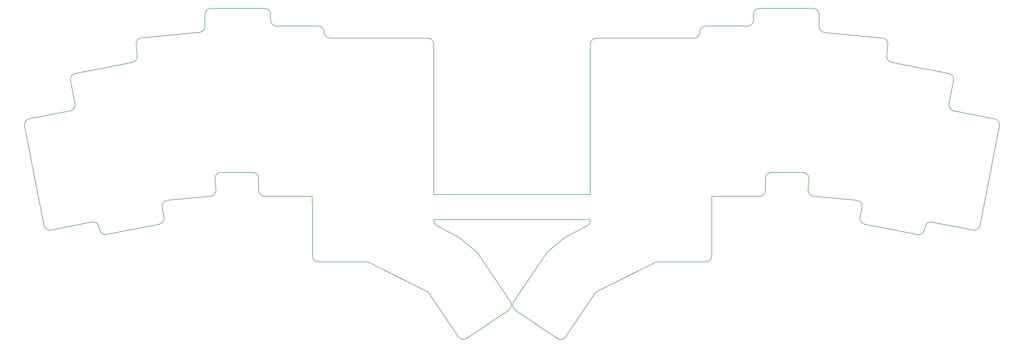
<source format=gbr>
%TF.GenerationSoftware,KiCad,Pcbnew,9.0.6*%
%TF.CreationDate,2025-12-31T17:57:57+01:00*%
%TF.ProjectId,right,72696768-742e-46b6-9963-61645f706362,v1.0.0*%
%TF.SameCoordinates,Original*%
%TF.FileFunction,Profile,NP*%
%FSLAX46Y46*%
G04 Gerber Fmt 4.6, Leading zero omitted, Abs format (unit mm)*
G04 Created by KiCad (PCBNEW 9.0.6) date 2025-12-31 17:57:57*
%MOMM*%
%LPD*%
G01*
G04 APERTURE LIST*
%TA.AperFunction,Profile*%
%ADD10C,0.150000*%
%TD*%
G04 APERTURE END LIST*
D10*
X244965029Y-148504060D02*
G75*
G02*
X243917277Y-150500485I-1986497J-230608D01*
G01*
X244965029Y-148499906D02*
X192500061Y-148490007D01*
X192500000Y-140000000D02*
X245000000Y-140000000D01*
X102057428Y-147641391D02*
X101417073Y-144347007D01*
X94526301Y-87554314D02*
X113979624Y-85681175D01*
X192499322Y-140000000D02*
X192487930Y-89621311D01*
X153787927Y-83542310D02*
G75*
G02*
X155787918Y-85542312I61J-1999930D01*
G01*
X70730372Y-101776210D02*
G75*
G02*
X72312010Y-99431329I1963239J381635D01*
G01*
X135787927Y-77621323D02*
G75*
G02*
X137787936Y-79621311I-87J-2000096D01*
G01*
X92727196Y-89736789D02*
X93094321Y-93549513D01*
X77925951Y-149275935D02*
G75*
G02*
X80270820Y-150857564I381617J-1963254D01*
G01*
X203561489Y-188282727D02*
X217655127Y-178776451D01*
X201091723Y-154484365D02*
X193548987Y-150473827D01*
X119514052Y-138393392D02*
X119169292Y-134813005D01*
X115787931Y-79621307D02*
X115787935Y-83690378D01*
X201442391Y-154721573D02*
X206798166Y-159239731D01*
X101417073Y-144347007D02*
G75*
G02*
X103188629Y-141974606I1963242J381620D01*
G01*
X82806512Y-153420823D02*
G75*
G02*
X80461625Y-151839199I-381714J1963133D01*
G01*
X82806512Y-153420823D02*
X100475798Y-149986276D01*
X190204001Y-172518494D02*
X170809893Y-162832063D01*
X133787933Y-134621304D02*
X133787932Y-138621318D01*
X119514052Y-138393392D02*
G75*
G02*
X117714950Y-140575879I-1990677J-191789D01*
G01*
X190204001Y-172518494D02*
G75*
G02*
X190968437Y-173189349I-894149J-1789842D01*
G01*
X139787921Y-83542307D02*
G75*
G02*
X137787923Y-81542308I79J2000077D01*
G01*
X151797930Y-142621315D02*
X151797922Y-160621312D01*
X92727196Y-89736789D02*
G75*
G02*
X94526301Y-87554314I1990794J191682D01*
G01*
X115787935Y-83690378D02*
G75*
G02*
X113979624Y-85681175I-2000143J126D01*
G01*
X157787925Y-87621312D02*
X190487916Y-87621315D01*
X153797924Y-162621314D02*
G75*
G02*
X151797922Y-160621312I87J2000089D01*
G01*
X135787927Y-77621323D02*
X117787929Y-77621317D01*
X193555887Y-150473827D02*
G75*
G02*
X192499876Y-148490490I944113J1775486D01*
G01*
X72312010Y-99431329D02*
X91485147Y-95704457D01*
X131787920Y-132621315D02*
G75*
G02*
X133787933Y-134621304I9J-2000004D01*
G01*
X203561489Y-188282727D02*
G75*
G02*
X200785021Y-187743042I-1118398J1658042D01*
G01*
X55350790Y-116990299D02*
X61838299Y-150365614D01*
X72256840Y-109629221D02*
G75*
G02*
X70675214Y-111974093I-1963196J-381659D01*
G01*
X70730372Y-101776210D02*
X72256840Y-109629221D01*
X157787925Y-87621312D02*
G75*
G02*
X155787927Y-85621308I18J2000016D01*
G01*
X64183166Y-151947259D02*
X77925951Y-149275935D01*
X155787918Y-85542312D02*
X155787927Y-85621308D01*
X102057428Y-147641391D02*
G75*
G02*
X100475798Y-149986276I-1963220J-381653D01*
G01*
X93094321Y-93549513D02*
G75*
G02*
X91485147Y-95704457I-1990953J-191570D01*
G01*
X64183166Y-151947259D02*
G75*
G02*
X61838296Y-150365616I-381503J1963420D01*
G01*
X55350790Y-116990299D02*
G75*
G02*
X56932440Y-114645430I1963234J381627D01*
G01*
X135787925Y-140621308D02*
G75*
G02*
X133787932Y-138621318I139J2000132D01*
G01*
X151787932Y-140621317D02*
X151787931Y-142621307D01*
X135787925Y-140621308D02*
X151787932Y-140621317D01*
X151787931Y-142621307D02*
X151797930Y-142621315D01*
X103188629Y-141974606D02*
X117714950Y-140575879D01*
X153797924Y-162621314D02*
X169916253Y-162621307D01*
X190968437Y-173189349D02*
X200785021Y-187743042D01*
X121160089Y-132621306D02*
X131787920Y-132621315D01*
X206798166Y-159239731D02*
G75*
G02*
X207166628Y-159650035I-1289310J-1528424D01*
G01*
X137787923Y-81542308D02*
X137787936Y-79621311D01*
X153787927Y-83542310D02*
X139787921Y-83542307D01*
X70675214Y-111974094D02*
X56932440Y-114645429D01*
X80270820Y-150857564D02*
X80461625Y-151839199D01*
X201091723Y-154484365D02*
G75*
G02*
X201442391Y-154721573I-940176J-1767678D01*
G01*
X218194815Y-175999994D02*
G75*
G02*
X217655127Y-178776451I-1658050J-1118389D01*
G01*
X190487916Y-87621315D02*
G75*
G02*
X192487930Y-89621311I14J-2000000D01*
G01*
X119169292Y-134813005D02*
G75*
G02*
X121160089Y-132621306I1990882J191617D01*
G01*
X115787931Y-79621307D02*
G75*
G02*
X117787929Y-77621317I1999855J135D01*
G01*
X218194815Y-175999994D02*
X207166628Y-159650035D01*
X169916253Y-162621307D02*
G75*
G02*
X170809893Y-162832063I-94J-2000367D01*
G01*
X345981117Y-95731110D02*
G75*
G02*
X344371953Y-93576172I381615J1963242D01*
G01*
X303678341Y-138647974D02*
X303678340Y-134647975D01*
X319751321Y-140602537D02*
G75*
G02*
X317952154Y-138420047I191711J1990869D01*
G01*
X321678329Y-83717041D02*
X321678342Y-79647975D01*
X244978332Y-89647975D02*
G75*
G02*
X246978334Y-87647968I1999900J107D01*
G01*
X285668338Y-160647968D02*
G75*
G02*
X283668334Y-162647974I-2000006J0D01*
G01*
X375627965Y-150392281D02*
X382115470Y-117016952D01*
X236023878Y-154748234D02*
G75*
G02*
X236374546Y-154511028I1289454J-1528434D01*
G01*
X285668338Y-160647968D02*
X285668338Y-142647974D01*
X281678338Y-85647968D02*
G75*
G02*
X279678333Y-87647974I-2000006J0D01*
G01*
X230299631Y-159676699D02*
X219271453Y-176026647D01*
X318296969Y-134839663D02*
X317952220Y-138420053D01*
X365154246Y-99457994D02*
G75*
G02*
X366735908Y-101802874I-381614J-1963274D01*
G01*
X236681241Y-187769701D02*
X246497817Y-173216016D01*
X281678338Y-85647968D02*
X281678337Y-85568973D01*
X230299631Y-159676699D02*
G75*
G02*
X230668105Y-159266394I1657901J-1118269D01*
G01*
X299678337Y-79647972D02*
X299678333Y-81568970D01*
X336990478Y-150012924D02*
X354659761Y-153447491D01*
X303678340Y-134647975D02*
G75*
G02*
X305678348Y-132647976I1999992J7D01*
G01*
X319751321Y-140602537D02*
X334277635Y-142001260D01*
X366791059Y-112000759D02*
G75*
G02*
X365209424Y-109655883I381673J1963291D01*
G01*
X236681241Y-187769701D02*
G75*
G02*
X233904746Y-188309441I-1658109J1118333D01*
G01*
X266656368Y-162858726D02*
G75*
G02*
X267550011Y-162647986I893564J-1789042D01*
G01*
X285678343Y-142647965D02*
X285678340Y-140647977D01*
X359540307Y-149302590D02*
X373283097Y-151973912D01*
X336990478Y-150012924D02*
G75*
G02*
X335408867Y-147668061I381654J1963256D01*
G01*
X247262258Y-172545145D02*
X266656368Y-162858726D01*
X285668338Y-142647974D02*
X285678343Y-142647965D01*
X375627965Y-150392281D02*
G75*
G02*
X373283085Y-151973975I-1963233J381513D01*
G01*
X319678340Y-77647969D02*
X301678336Y-77647970D01*
X334277635Y-142001260D02*
G75*
G02*
X336049206Y-144373672I-191703J-1990808D01*
G01*
X357004624Y-151865852D02*
X357195440Y-150884219D01*
X281678337Y-85568973D02*
G75*
G02*
X283678338Y-83568973I1999995J5D01*
G01*
X323486653Y-85707832D02*
X342939954Y-87580971D01*
X319678340Y-77647969D02*
G75*
G02*
X321678331Y-79647975I-108J-2000099D01*
G01*
X380533839Y-114672080D02*
X366791059Y-112000759D01*
X336049193Y-144373669D02*
X335408827Y-147668053D01*
X246497817Y-173216016D02*
G75*
G02*
X247262254Y-172545139I1657815J-1118052D01*
G01*
X342939953Y-87580971D02*
G75*
G02*
X344739033Y-89763446I-191721J-1990797D01*
G01*
X246978334Y-87647976D02*
X279678333Y-87647971D01*
X357195440Y-150884219D02*
G75*
G02*
X359540297Y-149302640I1963292J-381749D01*
G01*
X244978332Y-89647975D02*
X245000000Y-140000000D01*
X344371938Y-93576171D02*
X344739067Y-89763449D01*
X243917277Y-150500485D02*
X236374550Y-154511035D01*
X357004624Y-151865852D02*
G75*
G02*
X354659755Y-153447522I-1963192J381484D01*
G01*
X345981117Y-95731110D02*
X365154246Y-99457994D01*
X305678348Y-132647965D02*
X316306174Y-132647972D01*
X299678337Y-79647972D02*
G75*
G02*
X301678336Y-77647973I1999895J104D01*
G01*
X267550011Y-162647968D02*
X283668334Y-162647981D01*
X323486653Y-85707832D02*
G75*
G02*
X321678352Y-83717041I191779J1990864D01*
G01*
X299678333Y-81568970D02*
G75*
G02*
X297678338Y-83568969I-2000001J2D01*
G01*
X236023878Y-154748234D02*
X230668096Y-159266383D01*
X365209419Y-109655882D02*
X366735891Y-101802871D01*
X297678338Y-83568968D02*
X283678338Y-83568977D01*
X380533839Y-114672080D02*
G75*
G02*
X382115445Y-117016947I-381707J-1963288D01*
G01*
X285678340Y-140647977D02*
X301678335Y-140647970D01*
X219811144Y-178803115D02*
X233904781Y-188309390D01*
X316306174Y-132647972D02*
G75*
G02*
X318297020Y-134839668I58J-1999996D01*
G01*
X219811144Y-178803115D02*
G75*
G02*
X219271490Y-176026672I1118388J1658047D01*
G01*
X303678341Y-138647974D02*
G75*
G02*
X301678335Y-140647977I-2000009J6D01*
G01*
M02*

</source>
